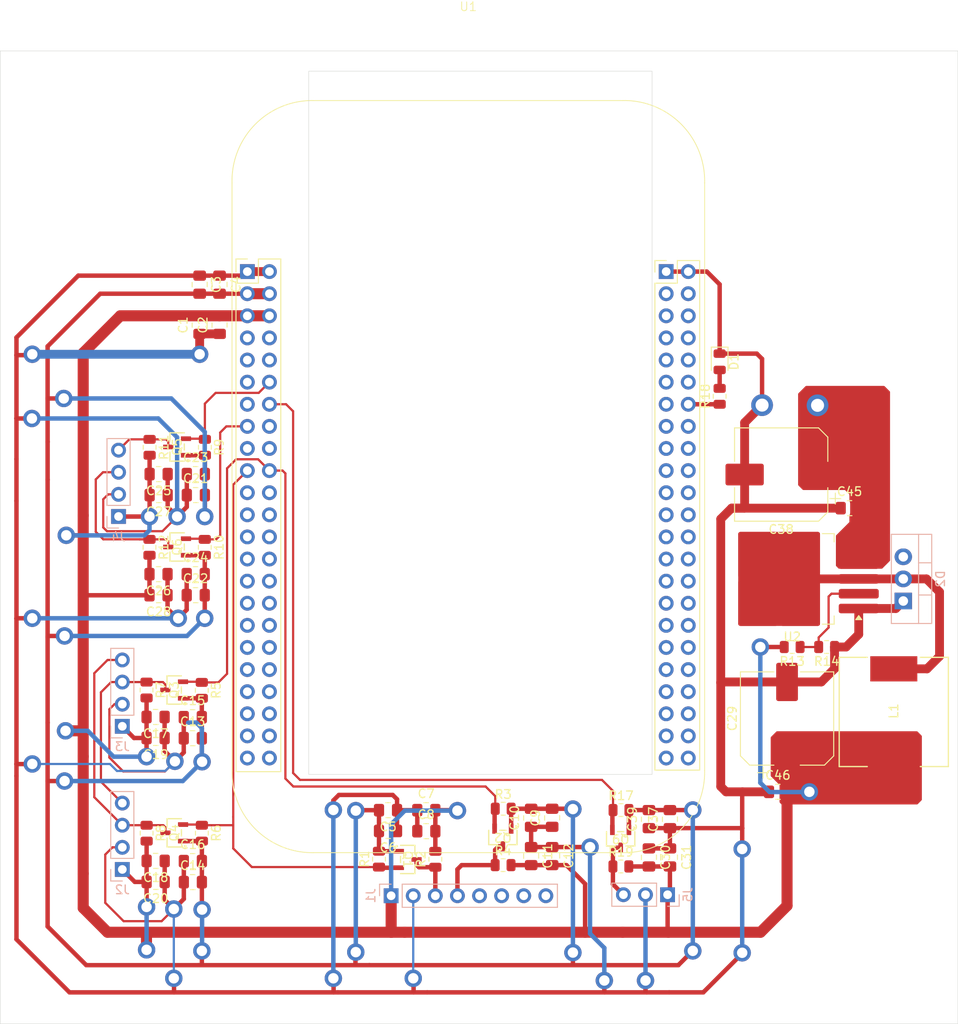
<source format=kicad_pcb>
(kicad_pcb (version 20241229) (generator "pcbnew") (generator_version "9.0")
  (layers (0 "F.Cu" signal) (2 "B.Cu" signal) (13 "F.Paste" user) (15 "B.Paste" user) (5 "F.SilkS" user "F.Silkscreen") (7 "B.SilkS" user "B.Silkscreen") (1 "F.Mask" user) (3 "B.Mask" user) (25 "Edge.Cuts" user))
  (net 0 "")
  (net 1 "+5V")
  (net 2 "GND")
  (net 3 "+3.3V")
  (net 4 "VCC")
  (net 5 "Net-(D1-A)")
  (net 7 "Net-(U2-SW)")
  (net 8 "MPU6050_I2C_SCL")
  (net 9 "MPU6050_I2C_SDA")
  (net 10 "PCA9685_I2C_SCL")
  (net 11 "PCA9685_I2C_SDA")
  (net 12 "HCSR04_TRIG")
  (net 13 "HCSR04_ECHO")
  (net 14 "FAN_PWM1A")
  (net 15 "BBAI_I2C_SCL")
  (net 16 "BBAI_I2C_SDA")
  (net 17 "BBAI_TRIG")
  (net 18 "BBAI_ECHO")
  (net 19 "BBAI_PWM1A")
  (net 20 "Net-(U1-GPIO0_26)")
  (net 21 "Net-(U2-FB)")
  (footprint "automative_hexapod:SOT23" (layer "F.Cu") (at 59.981 107.3073 90)
    (property "Reference" "Q3")
    (property "Value" "LN2302LT1G" (hide yes))
  )
  (footprint "automative_hexapod:Ceramic_Cap_0805" (layer "F.Cu") (at 62.4543 84.968)
    (property "Reference" "C21")
    (property "Value" "10uF/16V")
  )
  (footprint "automative_hexapod:Res_0805" (layer "F.Cu") (at 134.9696 102.367 180)
    (property "Reference" "R14")
    (property "Value" "2K/1%/1/8W")
  )
  (footprint "automative_hexapod:Ceramic_Cap_0805" (layer "F.Cu") (at 129.3695 119.0548)
    (property "Reference" "C46")
    (property "Value" "1uF/16V")
  )
  (footprint "automative_hexapod:Res_0805" (layer "F.Cu") (at 89.9983 126.751 90)
    (property "Reference" "R2")
    (property "Value" "10K/1%/1/8W")
  )
  (footprint "automative_hexapod:Ceramic_Cap_0805" (layer "F.Cu") (at 62.4405 96.463999)
    (property "Reference" "C22")
    (property "Value" "10uF/16V")
  )
  (footprint "automative_hexapod:Res_0805" (layer "F.Cu") (at 57.144 90.9135 -90)
    (property "Reference" "R12")
    (property "Value" "10K/1%/1/8W")
  )
  (footprint "automative_hexapod:Res_0805" (layer "F.Cu") (at 63.5078 79.424601 -90)
    (property "Reference" "R9")
    (property "Value" "10K/1%/1/8W")
  )
  (footprint "automative_hexapod:Ceramic_Cap_0805" (layer "F.Cu") (at 57.8595 112.7683 180)
    (property "Reference" "C19")
    (property "Value" "10uF/16V")
  )
  (footprint "automative_hexapod:Ceramic_Cap_0805" (layer "F.Cu") (at 103.372 126.37 -90)
    (property "Reference" "C12")
    (property "Value" "10uF/16V")
  )
  (footprint "automative_hexapod:Res_0805" (layer "F.Cu") (at 131.0072 102.367 180)
    (property "Reference" "R13")
    (property "Value" "10.5K/1%/1/8W")
  )
  (footprint "automative_hexapod:Ceramic_Cap_0805" (layer "F.Cu") (at 62.4543 82.555)
    (property "Reference" "C23")
    (property "Value" "100nF/50V")
  )
  (footprint "automative_hexapod:Res_0805" (layer "F.Cu") (at 111.336001 121.1005)
    (property "Reference" "R17")
    (property "Value" "10K/1%/1/8W")
  )
  (footprint "automative_hexapod:IND_CDRH127_LDNP-470MC_SUM" (layer "F.Cu") (at 142.6912 109.8277 -90)
    (property "Reference" "L1")
    (property "Value" "27uH 5.7A" (hide yes))
  )
  (footprint "automative_hexapod:Ceramic_Cap_0805" (layer "F.Cu") (at 62.1103 127.016)
    (property "Reference" "C16")
    (property "Value" "100nF/50V")
  )
  (footprint "automative_hexapod:SOT23" (layer "F.Cu") (at 60.319 90.875999 90)
    (property "Reference" "Q6")
    (property "Value" "LN2302LT1G" (hide yes))
  )
  (footprint "automative_hexapod:Ceramic_Cap_0805" (layer "F.Cu") (at 62.859 60.7265 -90)
    (property "Reference" "C3")
    (property "Value" "10uF/16V")
  )
  (footprint "automative_hexapod:Res_0805" (layer "F.Cu") (at 63.156 107.344801 -90)
    (property "Reference" "R5")
    (property "Value" "10K/1%/1/8W")
  )
  (footprint "automative_hexapod:SOT23" (layer "F.Cu") (at 97.7605 124.2485 180)
    (property "Reference" "Q2")
    (property "Value" "LN2302LT1G" (hide yes))
  )
  (footprint "automative_hexapod:Ceramic_Cap_0805" (layer "F.Cu") (at 114.5986 122.154 90)
    (property "Reference" "C39")
    (property "Value" "100nF/50V")
  )
  (footprint "automative_hexapod:Ceramic_Cap_0805" (layer "F.Cu") (at 58.1975 93.949399 180)
    (property "Reference" "C26")
    (property "Value" "100nF/50V")
  )
  (footprint "automative_hexapod:Ceramic_Cap_0805" (layer "F.Cu") (at 57.8595 110.3553 180)
    (property "Reference" "C17")
    (property "Value" "100nF/50V")
  )
  (footprint "automative_hexapod:Ceramic_Cap_0805" (layer "F.Cu") (at 103.4736 122 90)
    (property "Reference" "C9")
    (property "Value" "10uF/16V")
  )
  (footprint "automative_hexapod:Ceramic_Cap_0805" (layer "F.Cu") (at 65.2466 65.3735 90)
    (property "Reference" "C2")
    (property "Value" "100nF/50V")
  )
  (footprint "automative_hexapod:Res_0805" (layer "F.Cu") (at 83.5213 126.736999 90)
    (property "Reference" "R1")
    (property "Value" "10K/1%/1/8W")
  )
  (footprint "automative_hexapod:Ceramic_Cap_0805" (layer "F.Cu") (at 58.2113 82.4534 180)
    (property "Reference" "C25")
    (property "Value" "100nF/50V")
  )
  (footprint "automative_hexapod:Ceramic_Cap_0805" (layer "F.Cu") (at 62.9606 65.3735 90)
    (property "Reference" "C1")
    (property "Value" "10uF/16V")
  )
  (footprint "automative_hexapod:SOT23" (layer "F.Cu") (at 60.319 79.3871 90)
    (property "Reference" "Q5")
    (property "Value" "LN2302LT1G" (hide yes))
  )
  (footprint "automative_hexapod:Ceramic_Cap_0805" (layer "F.Cu") (at 62.4405 94.050999)
    (property "Reference" "C24")
    (property "Value" "100nF/50V")
  )
  (footprint "automative_hexapod:Ceramic_Cap_0805" (layer "F.Cu") (at 116.91 126.524 -90)
    (property "Reference" "C31")
    (property "Value" "10uF/16V")
  )
  (footprint "automative_hexapod:Res_0805" (layer "F.Cu") (at 63.494 90.9135 -90)
    (property "Reference" "R10")
    (property "Value" "10K/1%/1/8W")
  )
  (footprint "automative_hexapod:Res_0805" (layer "F.Cu") (at 111.322 127.5775)
    (property "Reference" "R19")
    (property "Value" "10K/1%/1/8W")
  )
  (footprint "automative_hexapod:Ceramic_Cap_0805" (layer "F.Cu") (at 58.2113 84.8664 180)
    (property "Reference" "C27")
    (property "Value" "10uF/16V")
  )
  (footprint "automative_hexapod:Ceramic_Cap_0805" (layer "F.Cu") (at 57.8673 129.302 180)
    (property "Reference" "C20")
    (property "Value" "10uF/16V")
  )
  (footprint "automative_hexapod:SOT23" (layer "F.Cu") (at 59.9888 123.714 90)
    (property "Reference" "Q4")
    (property "Value" "LN2302LT1G" (hide yes))
  )
  (footprint "automative_hexapod:Ceramic_Cap_0805" (layer "F.Cu") (at 114.497 126.524 -90)
    (property "Reference" "C30")
    (property "Value" "100nF/50V")
  )
  (footprint "automative_hexapod:Ceramic_Cap_0805" (layer "F.Cu") (at 101.0606 122 90)
    (property "Reference" "C10")
    (property "Value" "100nF/50V")
  )
  (footprint "automative_hexapod:TO-263-5" (layer "F.Cu") (at 131.0118 94.5438 180)
    (property "Reference" "U2")
    (property "Value" "XL4005E1")
  )
  (footprint "automative_hexapod:Ceramic_Cap_0805" (layer "F.Cu") (at 84.5748 121.0614 180)
    (property "Reference" "C5")
    (property "Value" "10uF/16V")
  )
  (footprint "automative_hexapod:Res_0805" (layer "F.Cu") (at 56.806 107.3073 -90)
    (property "Reference" "R7")
    (property "Value" "10K/1%/1/8W")
  )
  (footprint "Capacitor_SMD:CP_Elec_10x10.5" (layer "F.Cu") (at 130.423 110.5807 90)
    (property "Reference" "C29")
    (property "Value" "330uF/50V")
  )
  (footprint "Capacitor_SMD:CP_Elec_10x10.5" (layer "F.Cu") (at 129.7467 82.555 180)
    (property "Reference" "C38")
    (property "Value" "220uF/50V")
  )
  (footprint "automative_hexapod:Res_0805" (layer "F.Cu") (at 56.8138 123.751501 -90)
    (property "Reference" "R8")
    (property "Value" "10K/1%/1/8W")
  )
  (footprint "automative_hexapod:Ceramic_Cap_0805" (layer "F.Cu") (at 62.1025 112.8953)
    (property "Reference" "C13")
    (property "Value" "10uF/16V")
  )
  (footprint "automative_hexapod:Res_0805" (layer "F.Cu") (at 122.676 73.5675 90)
    (property "Reference" "R18")
    (property "Value" "1K/1%/1/8W")
  )
  (footprint "automative_hexapod:Res_0805" (layer "F.Cu") (at 63.1638 123.751501 -90)
    (property "Reference" "R6")
    (property "Value" "10K/1%/1/8W")
  )
  (footprint "automative_hexapod:Res_0805" (layer "F.Cu") (at 97.784 127.4235)
    (property "Reference" "R4")
    (property "Value" "10K/1%/1/8W")
  )
  (footprint "automative_hexapod:Ceramic_Cap_0805" (layer "F.Cu") (at 100.959 126.37 -90)
    (property "Reference" "C11")
    (property "Value" "100nF/50V")
  )
  (footprint "automative_hexapod:Res_0805" (layer "F.Cu") (at 57.1578 79.424601 -90)
    (property "Reference" "R11")
    (property "Value" "10K/1%/1/8W")
  )
  (footprint "automative_hexapod:SOT23" (layer "F.Cu") (at 86.8233 126.7745 -90)
    (property "Reference" "Q1")
    (property "Value" "LN2302LT1G" (hide yes))
  )
  (footprint "automative_hexapod:BeagleBone_AI" (layer "F.Cu") (at 93.79 87.18)
    (property "Reference" "U1")
    (property "Value" "~")
  )
  (footprint "automative_hexapod:Ceramic_Cap_0805" (layer "F.Cu") (at 62.1025 110.4823)
    (property "Reference" "C15")
    (property "Value" "100nF/50V")
  )
  (footprint "automative_hexapod:Res_0805" (layer "F.Cu") (at 97.798001 120.9465)
    (property "Reference" "R3")
    (property "Value" "10K/1%/1/8W")
  )
  (footprint "automative_hexapod:SOT23" (layer "F.Cu") (at 111.2985 124.4025 180)
    (property "Reference" "Q9")
    (property "Value" "LN2302LT1G" (hide yes))
  )
  (footprint "automative_hexapod:Ceramic_Cap_0805" (layer "F.Cu") (at 62.1103 129.429)
    (property "Reference" "C14")
    (property "Value" "10uF/16V")
  )
  (footprint "automative_hexapod:Ceramic_Cap_0805" (layer "F.Cu") (at 117.0116 122.154 90)
    (property "Reference" "C37")
    (property "Value" "10uF/16V")
  )
  (footprint "automative_hexapod:Ceramic_Cap_0805" (layer "F.Cu") (at 65.145 60.7265 -90)
    (property "Reference" "C4")
    (property "Value" "100nF/50V")
  )
  (footprint "automative_hexapod:LED_0805" (layer "F.Cu") (at 122.676 69.601 -90)
    (property "Reference" "D1")
    (property "Value" "LED_0805")
  )
  (footprint "automative_hexapod:Ceramic_Cap_0805" (layer "F.Cu") (at 57.8673 126.889 180)
    (property "Reference" "C18")
    (property "Value" "100nF/50V")
  )
  (footprint "automative_hexapod:Ceramic_Cap_0805" (layer "F.Cu") (at 88.9448 123.576)
    (property "Reference" "C8")
    (property "Value" "100nF/50V")
  )
  (footprint "automative_hexapod:Ceramic_Cap_0805" (layer "F.Cu") (at 84.5748 123.449 180)
    (property "Reference" "C6")
    (property "Value" "100nF/50V")
  )
  (footprint "automative_hexapod:Ceramic_Cap_0805" (layer "F.Cu") (at 58.1975 96.362399 180)
    (property "Reference" "C28")
    (property "Value" "10uF/16V")
  )
  (footprint "automative_hexapod:Ceramic_Cap_0805" (layer "F.Cu") (at 88.9448 121.163)
    (property "Reference" "C7")
    (property "Value" "10uF/16V")
  )
  (footprint "automative_hexapod:Ceramic_Cap_0805" (layer "F.Cu") (at 137.6083 86.4666)
    (property "Reference" "C45")
    (property "Value" "1uF/16V")
  )
  (footprint "automative_hexapod:PinHeader_1x03_P2.54mm_Vertical" (layer "B.Cu") (at 116.6935 130.8225 90)
    (property "Reference" "J5")
    (property "Value" "Conn_01x03_Pin")
  )
  (footprint "automative_hexapod:PinHeader_1x04_P2.54mm_Vertical" (layer "B.Cu") (at 53.588 87.371)
    (property "Reference" "J4")
    (property "Value" "Conn_01x04_Pin")
  )
  (footprint "automative_hexapod:PinHeader_1x04_P2.54mm_Vertical" (layer "B.Cu") (at 54.02 127.919001)
    (property "Reference" "J2")
    (property "Value" "Conn_01x04_Pin")
  )
  (footprint "automative_hexapod:MPU6050" (layer "B.Cu") (at 84.918503 130.942 -90)
    (property "Reference" "J1")
    (property "Value" "MPU6050")
  )
  (footprint "automative_hexapod:PinHeader_1x04_P2.54mm_Vertical" (layer "B.Cu") (at 54.02 111.4748)
    (property "Reference" "J3")
    (property "Value" "Conn_01x04_Pin")
  )
  (footprint "automative_hexapod:TO-220-3" (layer "B.Cu") (at 143.7828 97.0838 90)
    (property "Reference" "D2")
    (property "Value" "MBR20100CT")
  )
  (gr_rect (start 39.9866 33.8914) (end 150.0582 145.6516) (stroke (width 0.05)) (fill no) (layer "Edge.Cuts"))
  (gr_rect (start 75.444 36.214) (end 114.91 117.004) (stroke (width 0.05)) (fill no) (layer "Edge.Cuts"))
  (segment (start 142.6912 114.7807) (end 130.423 114.7807) (width 1.016) (layer "F.Cu") (net 1))
  (segment (start 56.806 108.2198) (end 56.806 110.4061) (width 0.508) (layer "F.Cu") (net 1))
  (segment (start 56.806 114.9654) (end 56.806 112.8191) (width 0.508) (layer "F.Cu") (net 1))
  (segment (start 49.524 87.254) (end 49.524 89.534) (width 1.27) (layer "F.Cu") (net 1))
  (segment (start 56.83 129.369) (end 56.8138 129.3528) (width 0.508) (layer "F.Cu") (net 1))
  (segment (start 57.144 87.381) (end 53.598 87.381) (width 0.508) (layer "F.Cu") (net 1))
  (segment (start 53.789 64.32) (end 49.524 68.585) (width 1.27) (layer "F.Cu") (net 1))
  (segment (start 130.423 132.085) (end 130.423 119.004) (width 1.27) (layer "F.Cu") (net 1))
  (segment (start 49.524 132.339) (end 52.318 135.133) (width 1.27) (layer "F.Cu") (net 1))
  (segment (start 56.8138 129.3528) (end 56.8138 126.9398) (width 0.508) (layer "F.Cu") (net 1))
  (segment (start 84.918503 135.119903) (end 84.918503 130.942) (width 1.27) (layer "F.Cu") (net 1))
  (segment (start 56.81 132.227) (end 56.81 131.2616) (width 0.508) (layer "F.Cu") (net 1))
  (segment (start 56.8 136.994) (end 56.8 135.133) (width 1.27) (layer "F.Cu") (net 1))
  (segment (start 65.1958 64.32) (end 62.9098 64.32) (width 1.27) (layer "F.Cu") (net 1))
  (segment (start 101.0098 127.4235) (end 98.6965 127.4235) (width 0.508) (layer "F.Cu") (net 1))
  (segment (start 49.524 68.585) (end 49.524 87.254) (width 1.27) (layer "F.Cu") (net 1))
  (segment (start 116.9608 130.5552) (end 116.6935 130.8225) (width 0.508) (layer "F.Cu") (net 1))
  (segment (start 57.1578 84.9172) (end 57.1578 82.5042) (width 0.508) (layer "F.Cu") (net 1))
  (segment (start 89.9983 123.5252) (end 89.9983 121.1122) (width 0.508) (layer "F.Cu") (net 1))
  (segment (start 56.8138 126.9398) (end 56.8138 124.664001) (width 0.508) (layer "F.Cu") (net 1))
  (segment (start 132.9884 119.004) (end 130.423 119.004) (width 0.508) (layer "F.Cu") (net 1))
  (segment (start 47.58 89.534) (end 49.524 89.534) (width 0.508) (layer "F.Cu") (net 1))
  (segment (start 62.9098 64.32) (end 53.789 64.32) (width 1.27) (layer "F.Cu") (net 1))
  (segment (start 112.2345 127.5775) (end 112.4095 127.7525) (width 0.508) (layer "F.Cu") (net 1))
  (segment (start 55.3643 112.8191) (end 54.02 111.4748) (width 0.508) (layer "F.Cu") (net 1))
  (segment (start 57.1578 82.5042) (end 57.1578 80.337101) (width 0.508) (layer "F.Cu") (net 1))
  (segment (start 114.5478 127.5775) (end 112.2345 127.5775) (width 0.508) (layer "F.Cu") (net 1))
  (segment (start 116.77 135.133) (end 127.375 135.133) (width 1.27) (layer "F.Cu") (net 1))
  (segment (start 49.524 96.398) (end 49.524 111.994) (width 1.27) (layer "F.Cu") (net 1))
  (segment (start 49.524 128.402) (end 49.524 132.339) (width 1.27) (layer "F.Cu") (net 1))
  (segment (start 116.6935 135.0565) (end 116.77 135.133) (width 0.508) (layer "F.Cu") (net 1))
  (segment (start 56.806 112.8191) (end 55.3643 112.8191) (width 0.508) (layer "F.Cu") (net 1))
  (segment (start 84.9316 135.133) (end 86.481 135.133) (width 1.27) (layer "F.Cu") (net 1))
  (segment (start 49.5494 96.4234) (end 49.524 96.398) (width 0.508) (layer "F.Cu") (net 1))
  (segment (start 111.5254 135.133) (end 116.77 135.133) (width 1.27) (layer "F.Cu") (net 1))
  (segment (start 107.2074 135.133) (end 111.5254 135.133) (width 1.27) (layer "F.Cu") (net 1))
  (segment (start 56.81 131.2616) (end 56.8138 131.2578) (width 0.508) (layer "F.Cu") (net 1))
  (segment (start 56.81 137.1556) (end 56.81 137.004) (width 1.27) (layer "F.Cu") (net 1))
  (segment (start 107.2074 129.5704) (end 105.0605 127.4235) (width 0.508) (layer "F.Cu") (net 1))
  (segment (start 70.93 64.32) (end 68.39 64.32) (width 1.27) (layer "F.Cu") (net 1))
  (segment (start 57.1578 84.9172) (end 57.1578 87.3672) (width 0.508) (layer "F.Cu") (net 1))
  (segment (start 103.4228 127.4235) (end 101.0098 127.4235) (width 0.508) (layer "F.Cu") (net 1))
  (segment (start 56.806 110.4061) (end 56.806 112.8191) (width 0.508) (layer "F.Cu") (net 1))
  (segment (start 57.144 96.413199) (end 57.133799 96.4234) (width 0.508) (layer "F.Cu") (net 1))
  (segment (start 107.2074 135.133) (end 107.2074 129.5704) (width 0.508) (layer "F.Cu") (net 1))
  (segment (start 53.598 87.381) (end 53.588 87.371) (width 0.508) (layer "F.Cu") (net 1))
  (segment (start 84.9316 135.133) (end 84.918503 135.119903) (width 1.27) (layer "F.Cu") (net 1))
  (segment (start 56.8138 131.2578) (end 56.8138 129.3528) (width 0.508) (layer "F.Cu") (net 1))
  (segment (start 127.375 135.133) (end 130.423 132.085) (width 1.27) (layer "F.Cu") (net 1))
  (segment (start 57.1578 87.3672) (end 57.144 87.381) (width 0.508) (layer "F.Cu") (net 1))
  (segment (start 86.481 135.133) (end 107.2074 135.133) (width 1.27) (layer "F.Cu") (net 1))
  (segment (start 116.9608 127.5775) (end 116.9608 130.5552) (width 0.508) (layer "F.Cu") (net 1))
  (segment (start 116.6935 130.8225) (end 116.6935 135.0565) (width 0.508) (layer "F.Cu") (net 1))
  (segment (start 89.9983 121.1122) (end 92.4875 121.1122) (width 0.508) (layer "F.Cu") (net 1))
  (segment (start 56.8 135.133) (end 84.9316 135.133) (width 1.27) (layer "F.Cu") (net 1))
  (segment (start 130.0947 102.367) (end 127.3496 102.367) (width 0.508) (layer "F.Cu") (net 1))
  (segment (start 55.453799 129.3528) (end 54.02 127.919001) (width 0.508) (layer "F.Cu") (net 1))
  (segment (start 68.39 64.32) (end 65.1958 64.32) (width 1.27) (layer "F.Cu") (net 1))
  (segment (start 49.524 89.534) (end 49.524 96.398) (width 1.27) (layer "F.Cu") (net 1))
  (segment (start 49.524 111.994) (end 47.49 111.994) (width 1.27) (layer "F.Cu") (net 1))
  (segment (start 56.81 137.004) (end 56.8 136.994) (width 1.27) (layer "F.Cu") (net 1))
  (segment (start 49.524 111.994) (end 49.524 114.94) (width 1.27) (layer "F.Cu") (net 1))
  (segment (start 52.318 135.133) (end 56.8 135.133) (width 1.27) (layer "F.Cu") (net 1))
  (segment (start 105.0605 127.4235) (end 103.4228 127.4235) (width 0.508) (layer "F.Cu") (net 1))
  (segment (start 57.144 94.000199) (end 57.144 96.413199) (width 0.508) (layer "F.Cu") (net 1))
  (segment (start 57.144 91.826) (end 57.144 94.000199) (width 0.508) (layer "F.Cu") (net 1))
  (segment (start 49.524 114.94) (end 49.524 128.402) (width 1.27) (layer "F.Cu") (net 1))
  (segment (start 89.9983 125.8385) (end 89.9983 123.5252) (width 0.508) (layer "F.Cu") (net 1))
  (segment (start 57.133799 96.4234) (end 49.5494 96.4234) (width 0.508) (layer "F.Cu") (net 1))
  (segment (start 56.8138 129.3528) (end 55.453799 129.3528) (width 0.508) (layer "F.Cu") (net 1))
  (segment (start 92.4875 121.1122) (end 92.5383 121.163) (width 0.508) (layer "F.Cu") (net 1))
  (segment (start 116.9608 127.5775) (end 114.5478 127.5775) (width 0.508) (layer "F.Cu") (net 1))
  (via (at 56.81 132.227) (size 2) (drill 1.2) (layers "F.Cu" "B.Cu") (net 1))
  (via (at 132.9884 119.004) (size 2) (drill 1.2) (layers "F.Cu" "B.Cu") (net 1))
  (via (at 47.58 89.534) (size 2) (drill 1.2) (layers "F.Cu" "B.Cu") (net 1))
  (via (at 47.49 111.994) (size 2) (drill 1.2) (layers "F.Cu" "B.Cu") (net 1))
  (via (at 56.81 137.1556) (size 2) (drill 1.2) (layers "F.Cu" "B.Cu") (net 1))
  (via (at 56.806 114.9654) (size 2) (drill 1.2) (layers "F.Cu" "B.Cu") (net 1))
  (via (at 57.144 87.381) (size 2) (drill 1.2) (layers "F.Cu" "B.Cu") (net 1))
  (via (at 92.5383 121.163) (size 2) (drill 1.2) (layers "F.Cu" "B.Cu") (net 1))
  (via (at 127.3496 102.367) (size 2) (drill 1.2) (layers "F.Cu" "B.Cu") (net 1))
  (segment (start 57.144 88.96) (end 56.56 89.544) (width 0.508) (layer "B.Cu") (net 1))
  (segment (start 53.0214 114.9654) (end 50.05 111.994) (width 0.508) (layer "B.Cu") (net 1))
  (segment (start 92.5383 121.163) (end 86.4931 121.163) (width 0.508) (layer "B.Cu") (net 1))
  (segment (start 56.56 89.544) (end 47.59 89.544) (width 0.508) (layer "B.Cu") (net 1))
  (segment (start 127.3496 117.9626) (end 127.3496 102.367) (width 0.508) (layer "B.Cu") (net 1))
  (segment (start 47.59 89.544) (end 47.58 89.534) (width 0.508) (layer "B.Cu") (net 1))
  (segment (start 56.81 132.227) (end 56.81 137.1556) (width 0.508) (layer "B.Cu") (net 1))
  (segment (start 86.4931 121.163) (end 84.918503 122.737597) (width 0.508) (layer "B.Cu") (net 1))
  (segment (start 56.806 114.9654) (end 53.0214 114.9654) (width 0.508) (layer "B.Cu") (net 1))
  (segment (start 132.963 119.0294) (end 128.4164 119.0294) (width 0.508) (layer "B.Cu") (net 1))
  (segment (start 128.4164 119.0294) (end 127.3496 117.9626) (width 0.508) (layer "B.Cu") (net 1))
  (segment (start 84.918503 122.737597) (end 84.918503 130.942) (width 0.508) (layer "B.Cu") (net 1))
  (segment (start 57.144 87.381) (end 57.144 88.96) (width 0.508) (layer "B.Cu") (net 1))
  (segment (start 57.144 87.381) (end 56.953 87.381) (width 0.508) (layer "B.Cu") (net 1))
  (segment (start 50.05 111.994) (end 47.49 111.994) (width 0.508) (layer "B.Cu") (net 1))
  (segment (start 132.9884 119.004) (end 132.963 119.0294) (width 0.508) (layer "B.Cu") (net 1))
  (segment (start 116.9608 125.5025) (end 114.5478 125.5025) (width 0.508) (layer "F.Cu") (net 2))
  (segment (start 58.8888 126.9398) (end 58.8888 129.3528) (width 0.508) (layer "F.Cu") (net 2))
  (segment (start 85.5963 119.8598) (end 85.5963 121.1122) (width 0.508) (layer "F.Cu") (net 2))
  (segment (start 58.881 114.3148) (end 60.065 115.4988) (width 0.508) (layer "F.Cu") (net 2))
  (segment (start 78.2768 119.9946) (end 78.9118 119.3596) (width 0.508) (layer "F.Cu") (net 2))
  (segment (start 122.803 118.3944) (end 123.4126 119.004) (width 1.016) (layer "F.Cu") (net 2))
  (segment (start 122.803 106.4564) (end 122.803 118.3944) (width 1.016) (layer "F.Cu") (net 2))
  (segment (start 54.02 125.379001) (end 52.894999 125.379001) (width 0.254) (layer "F.Cu") (net 2))
  (segment (start 41.8632 76.114) (end 41.8532 76.104) (width 0.508) (layer "F.Cu") (net 2))
  (segment (start 41.8532 135.9458) (end 41.8532 117.1752) (width 0.508) (layer "F.Cu") (net 2))
  (segment (start 41.8532 115.814) (end 43.6626 115.814) (width 0.508) (layer "F.Cu") (net 2))
  (segment (start 87.497 142.0418) (end 87.497 140.464097) (width 0.508) (layer "F.Cu") (net 2))
  (segment (start 123.4126 119.004) (end 125.2922 119.004) (width 1.016) (layer "F.Cu") (net 2))
  (segment (start 125.2668 119.0294) (end 125.2922 119.004) (width 0.508) (layer "F.Cu") (net 2))
  (segment (start 51.83 88.634) (end 52.26 89.064) (width 0.254) (layer "F.Cu") (net 2))
  (segment (start 61.081 114.4828) (end 60.065 115.4988) (width 0.508) (layer "F.Cu") (net 2))
  (segment (start 127.5528 69.2708) (end 126.9455 68.6635) (width 0.508) (layer "F.Cu") (net 2))
  (segment (start 67.925 59.705) (end 68.39 59.24) (width 0.508) (layer "F.Cu") (net 2))
  (segment (start 41.8532 66.807) (end 48.9552 59.705) (width 0.508) (layer "F.Cu") (net 2))
  (segment (start 58.881 112.8191) (end 58.881 114.3148) (width 0.508) (layer "F.Cu") (net 2))
  (segment (start 87.9233 121.1122) (end 85.5963 121.1122) (width 0.508) (layer "F.Cu") (net 2))
  (segment (start 116.8848 142.0418) (end 114.29 142.0418) (width 0.508) (layer "F.Cu") (net 2))
  (segment (start 125.2583 123.1755) (end 125.2668 123.184) (width 0.508) (layer "F.Cu") (net 2))
  (segment (start 127.5528 74.5794) (end 127.5528 69.2708) (width 0.508) (layer "F.Cu") (net 2))
  (segment (start 59.9634 140.451) (end 59.938 140.4256) (width 0.508) (layer "F.Cu") (net 2))
  (segment (start 52.06 126.214) (end 52.06 131.754) (width 0.254) (layer "F.Cu") (net 2))
  (segment (start 59.9634 142.0418) (end 47.9492 142.0418) (width 0.508) (layer "F.Cu") (net 2))
  (segment (start 114.1535 140.7661) (end 114.24 140.6796) (width 0.508) (layer "F.Cu") (net 2))
  (segment (start 54.168 133.862) (end 58.54 133.862) (width 0.254) (layer "F.Cu") (net 2))
  (segment (start 51.83 85.394) (end 51.83 88.634) (width 0.254) (layer "F.Cu") (net 2))
  (segment (start 78.2768 121.0868) (end 78.2768 119.9946) (width 0.508) (layer "F.Cu") (net 2))
  (segment (start 59.219 97.965) (end 59.219 96.413199) (width 0.508) (layer "F.Cu") (net 2))
  (segment (start 54.02 108.9348) (end 53.1192 108.9348) (width 0.254) (layer "F.Cu") (net 2))
  (segment (start 52.26 89.064) (end 58.636 89.064) (width 0.254) (layer "F.Cu") (net 2))
  (segment (start 125.5467 82.555) (end 125.5467 86.4158) (width 1.016) (layer "F.Cu") (net 2))
  (segment (start 41.8532 99.0904) (end 41.8532 85.5776) (width 0.508) (layer "F.Cu") (net 2))
  (segment (start 114.29 142.0418) (end 114.1535 141.9053) (width 0.508) (layer "F.Cu") (net 2))
  (segment (start 101.0098 125.3485) (end 101.0098 123.0215) (width 0.508) (layer "F.Cu") (net 2))
  (segment (start 78.3022 142.0418) (end 78.3022 140.451) (width 0.508) (layer "F.Cu") (net 2))
  (segment (start 61.419 98.092) (end 60.573 98.938) (width 0.508) (layer "F.Cu") (net 2))
  (segment (start 41.8532 76.104) (end 41.8532 68.839) (width 0.508) (layer "F.Cu") (net 2))
  (segment (start 85.0961 119.3596) (end 85.5963 119.8598) (width 0.508) (layer "F.Cu") (net 2))
  (segment (start 53.588 84.831) (end 52.393 84.831) (width 0.254) (layer "F.Cu") (net 2))
  (segment (start 59.2328 86.2948) (end 60.319 87.381) (width 0.508) (layer "F.Cu") (net 2))
  (segment (start 85.5963 121.1122) (end 85.5963 123.4998) (width 0.508) (layer "F.Cu") (net 2))
  (segment (start 65.1958 59.705) (end 67.925 59.705) (width 0.508) (layer "F.Cu") (net 2))
  (segment (start 122.803 87.6604) (end 122.803 106.4564) (width 1.016) (layer "F.Cu") (net 2))
  (segment (start 135.8821 102.367) (end 135.8821 104.8581) (width 1.016) (layer "F.Cu") (net 2))
  (segment (start 41.8532 85.5776) (end 41.8532 80.777) (width 0.508) (layer "F.Cu") (net 2))
  (segment (start 41.8532 68.839) (end 41.8532 66.807) (width 0.508) (layer "F.Cu") (net 2))
  (segment (start 103.4228 125.3485) (end 101.0098 125.3485) (width 0.508) (layer "F.Cu") (net 2))
  (segment (start 61.419 96.413199) (end 61.419 94.000199) (width 0.508) (layer "F.Cu") (net 2))
  (segment (start 122.8787 106.3807) (end 122.803 106.4564) (width 1.016) (layer "F.Cu") (net 2))
  (segment (start 41.8532 115.814) (end 41.8532 99.0904) (width 0.508) (layer "F.Cu") (net 2))
  (segment (start 103.4228 123.0215) (end 101.0098 123.0215) (width 0.508) (layer "F.Cu") (net 2))
  (segment (start 43.63 76.114) (end 41.8632 76.114) (width 0.508) (layer "F.Cu") (net 2))
  (segment (start 62.9098 59.705) (end 65.1958 59.705) (width 0.508) (layer "F.Cu") (net 2))
  (segment (start 122.676 60.711) (end 121.205 59.24) (width 0.508) (layer "F.Cu") (net 2))
  (segment (start 143.7828 97.0838) (end 142.9228 97.9438) (width 1.016) (layer "F.Cu") (net 2))
  (segment (start 142.9228 97.9438) (end 138.6618 97.9438) (width 1.016) (layer "F.Cu") (net 2))
  (segment (start 125.2668 137.4952) (end 125.2668 137.5714) (width 0.508) (layer "F.Cu") (net 2))
  (segment (start 41.8532 117.1752) (end 41.8532 115.814) (width 0.508) (layer "F.Cu") (net 2))
  (segment (start 109.42 142.0118) (end 109.45 142.0418) (width 0.508) (layer "F.Cu") (net 2))
  (segment (start 47.9492 142.0418) (end 41.8532 135.9458) (width 0.508) (layer "F.Cu") (net 2))
  (segment (start 61.0888 129.3782) (end 61.0888 126.9652) (width 0.508) (layer "F.Cu") (net 2))
  (segment (start 54.12 116.654) (end 58.92 116.654) (width 0.254) (layer "F.Cu") (net 2))
  (segment (start 78.3022 140.451) (end 78.2768 140.4256) (width 0.508) (layer "F.Cu") (net 2))
  (segment (start 60.065 115.509) (end 60.065 115.4988) (width 0.254) (layer "F.Cu") (net 2))
  (segment (start 43.6726 68.735369) (end 43.568969 68.839) (width 0.508) (layer "F.Cu") (net 2))
  (segment (start 87.497 140.464097) (end 87.458503 140.4256) (width 0.508) (layer "F.Cu") (net 2))
  (segment (start 119.07 59.24) (end 116.53 59.24) (width 0.508) (layer "F.Cu") (net 2))
  (segment (start 116.9608 125.5025) (end 116.9608 123.1755) (width 0.508) (layer "F.Cu") (net 2))
  (segment (start 62.9098 66.395) (end 62.9098 68.7374) (width 1.016) (layer "F.Cu") (net 2))
  (segment (start 137.2048 102.367) (end 135.8821 102.367) (width 1.016) (layer "F.Cu") (net 2))
  (segment (start 61.4328 82.5042) (end 61.4328 84.9172) (width 0.508) (layer "F.Cu") (net 2))
  (segment (start 48.9552 59.705) (end 62.9098 59.705) (width 0.508) (layer "F.Cu") (net 2))
  (segment (start 87.9233 121.1122) (end 87.9233 123.5252) (width 0.508) (layer "F.Cu") (net 2))
  (segment (start 78.9118 119.3596) (end 85.0961 119.3596) (width 0.508) (layer "F.Cu") (net 2))
  (segment (start 60.446 98.938) (end 60.192 98.938) (width 0.508) (layer "F.Cu") (net 2))
  (segment (start 52.06 131.754) (end 54.168 133.862) (width 0.254) (layer "F.Cu") (net 2))
  (segment (start 138.6618 100.91) (end 137.2048 102.367) (width 1.016) (layer "F.Cu") (net 2))
  (segment (start 60.446 98.938) (end 60.446 99.065) (width 0.508) (layer "F.Cu") (net 2))
  (segment (start 59.2328 84.9172) (end 59.2328 86.2948) (width 0.508) (layer "F.Cu") (net 2))
  (segment (start 116.9608 123.1755) (end 125.2583 123.1755) (width 0.508) (layer "F.Cu") (net 2))
  (segment (start 125.2922 119.004) (end 128.348 119.004) (width 1.016) (layer "F.Cu") (net 2))
  (segment (start 59.2328 84.9172) (end 59.2328 82.5042) (width 0.508) (layer "F.Cu") (net 2))
  (segment (start 78.3022 142.0418) (end 59.9634 142.0418) (width 0.508) (layer "F.Cu") (net 2))
  (segment (start 126.9455 68.6635) (end 122.676 68.6635) (width 0.508) (layer "F.Cu") (net 2))
  (segment (start 114.29 142.0418) (end 109.45 142.0418) (width 0.508) (layer "F.Cu") (net 2))
  (segment (start 78.8102 142.0418) (end 78.3022 142.0418) (width 0.508) (layer "F.Cu") (net 2))
  (segment (start 109.45 142.0418) (end 89.0718 142.0418) (width 0.508) (layer "F.Cu") (net 2))
  (segment (start 124.0476 86.4158) (end 122.803 87.6604) (width 1.016) (layer "F.Cu") (net 2))
  (segment (start 122.676 68.6635) (end 122.676 60.711) (width 0.508) (layer "F.Cu") (net 2))
  (segment (start 59.219 94.000199) (end 59.219 96.413199) (width 0.508) (layer "F.Cu") (net 2))
  (segment (start 125.2668 125.574) (end 125.2668 123.184) (width 0.508) (layer "F.Cu") (net 2))
  (segment (start 58.8888 131.4148) (end 59.938 132.464) (width 0.508) (layer "F.Cu") (net 2))
  (segment (start 58.8888 129.3528) (end 58.8888 131.4148) (width 0.508) (layer "F.Cu") (net 2))
  (segment (start 61.0888 131.3132) (end 59.938 132.464) (width 0.508) (layer "F.Cu") (net 2))
  (segment (start 52.534 115.068) (end 54.12 116.654) (width 0.254) (layer "F.Cu") (net 2))
  (segment (start 43.568969 68.839) (end 41.8532 68.839) (width 0.508) (layer "F.Cu") (net 2))
  (segment (start 60.192 98.938) (end 59.219 97.965) (width 0.508) (layer "F.Cu") (net 2))
  (segment (start 60.573 98.938) (end 60.446 98.938) (width 0.508) (layer "F.Cu") (net 2))
  (segment (start 53.1192 108.9348) (end 52.534 109.52) (width 0.254) (layer "F.Cu") (net 2))
  (segment (start 87.497 142.0418) (end 78.8102 142.0418) (width 0.508) (layer "F.Cu") (net 2))
  (segment (start 61.419 96.413199) (end 61.419 98.092) (width 0.508) (layer "F.Cu") (net 2))
  (segment (start 41.8532 80.777) (end 41.8532 76.104) (width 0.508) (layer "F.Cu") (net 2))
  (segment (start 59.9634 142.0418) (end 59.9634 140.451) (width 0.508) (layer "F.Cu") (net 2))
  (segment (start 61.081 112.8445) (end 61.081 114.4828) (width 0.508) (layer "F.Cu") (net 2))
  (segment (start 136.5868 86.4158) (end 124.0476 86.4158) (width 1.016) (layer "F.Cu") (net 2))
  (segment (start 70.93 59.24) (end 68.39 59.24) (width 1.016) (layer "F.Cu") (net 2))
  (segment (start 121.205 59.24) (end 119.07 59.24) (width 0.508) (layer "F.Cu") (net 2))
  (segment (start 114.5478 123.1755) (end 116.9608 123.1755) (width 0.508) (layer "F.Cu") (net 2))
  (segment (start 52.894999 125.379001) (end 52.06 126.214) (width 0.254) (layer "F.Cu") (net 2))
  (segment (start 138.6618 97.9438) (end 138.6618 100.91) (width 1.016) (layer "F.Cu") (net 2))
  (segment (start 59.9888 140.4764) (end 59.938 140.4256) (width 0.508) (layer "F.Cu") (net 2))
  (segment (start 103.4228 125.3485) (end 107.7745 125.3485) (width 0.508) (layer "F.Cu") (net 2))
  (segment (start 65.1958 66.395) (end 62.9098 66.395) (width 1.016) (layer "F.Cu") (net 2))
  (segment (start 58.54 133.862) (end 59.938 132.464) (width 0.254) (layer "F.Cu") (net 2))
  (segment (start 107.7745 125.3485) (end 107.78 125.354) (width 0.508) (layer "F.Cu") (net 2))
  (segment (start 109.42 140.6796) (end 109.42 142.0118) (width 0.508) (layer "F.Cu") (net 2))
  (segment (start 58.636 89.064) (end 60.319 87.381) (width 0.254) (layer "F.Cu") (net 2))
  (segment (start 43.6626 115.814) (end 43.6726 115.804) (width 0.508) (layer "F.Cu") (net 2))
  (segment (start 125.2668 137.5714) (end 120.7964 142.0418) (width 0.508) (layer "F.Cu") (net 2))
  (segment (start 134.3595 106.3807) (end 130.423 106.3807) (width 1.016) (layer "F.Cu") (net 2))
  (segment (start 61.0888 129.3782) (end 61.0888 131.3132) (width 0.508) (layer "F.Cu") (net 2))
  (segment (start 58.92 116.654) (end 60.065 115.509) (width 0.254) (layer "F.Cu") (net 2))
  (segment (start 125.5467 76.5855) (end 125.5467 82.555) (width 1.016) (layer "F.Cu") (net 2))
  (segment (start 61.081 110.4315) (end 61.081 112.8445) (width 0.508) (layer "F.Cu") (net 2))
  (segment (start 41.8786 99.065) (end 41.8532 99.0904) (width 0.508) (layer "F.Cu") (net 2))
  (segment (start 61.4328 84.9172) (end 61.4328 86.2672) (width 0.508) (layer "F.Cu") (net 2))
  (segment (start 135.8821 104.8581) (end 134.3595 106.3807) (width 1.016) (layer "F.Cu") (net 2))
  (segment (start 130.423 106.3807) (end 122.8787 106.3807) (width 1.016) (layer "F.Cu") (net 2))
  (segment (start 125.2668 123.184) (end 125.2668 119.0294) (width 0.508) (layer "F.Cu") (net 2))
  (segment (start 52.393 84.831) (end 51.83 85.394) (width 0.254) (layer "F.Cu") (net 2))
  (segment (start 52.534 109.52) (end 52.534 115.068) (width 0.254) (layer "F.Cu") (net 2))
  (segment (start 43.6726 99.065) (end 41.8786 99.065) (width 0.508) (layer "F.Cu") (net 2))
  (segment (start 120.7964 142.0418) (end 116.8848 142.0418) (width 0.508) (layer "F.Cu") (net 2))
  (segment (start 125.5467 86.4158) (end 124.0476 86.4158) (width 1.016) (layer "F.Cu") (net 2))
  (segment (start 61.4328 86.2672) (end 60.319 87.381) (width 0.508) (layer "F.Cu") (net 2))
  (segment (start 114.1535 141.9053) (end 114.1535 140.7661) (width 0.508) (layer "F.Cu") (net 2))
  (segment (start 89.0718 142.0418) (end 87.497 142.0418) (width 0.508) (layer "F.Cu") (net 2))
  (segment (start 127.5528 74.5794) (end 125.5467 76.5855) (width 1.016) (layer "F.Cu") (net 2))
  (segment (start 58.881 112.8191) (end 58.881 110.4061) (width 0.508) (layer "F.Cu") (net 2))
  (via (at 114.1535 140.6796) (size 2) (drill 1.2) (layers "F.Cu" "B.Cu") (net 2))
  (via (at 60.319 87.381) (size 2) (drill 1.2) (layers "F.Cu" "B.Cu") (net 2))
  (via (at 62.9098 68.7374) (size 2) (drill 1.2) (layers "F.Cu" "B.Cu") (net 2))
  (via (at 60.446 99.065) (size 2) (drill 1.2) (layers "F.Cu" "B.Cu") (net 2))
  (via (at 60.065 115.4988) (size 2) (drill 1.2) (layers "F.Cu" "B.Cu") (net 2))
  (via (at 107.78 125.354) (size 2) (drill 1.2) (layers "F.Cu" "B.Cu") (net 2))
  (via (at 125.2668 137.4952) (size 2) (drill 1.2) (layers "F.Cu" "B.Cu") (net 2))
  (via (at 127.5528 74.5794) (size 2.5) (drill 1.5) (layers "F.Cu" "B.Cu") (net 2))
  (via (at 43.6726 99.065) (size 2) (drill 1.2) (layers "F.Cu" "B.Cu") (net 2))
  (via (at 78.2768 140.4256) (size 2) (drill 1.2) (layers "F.Cu" "B.Cu") (net 2))
  (via (at 43.6726 115.804) (size 2) (drill 1.2) (layers "F.Cu" "B.Cu") (net 2))
  (via (at 87.458503 140.4256) (size 2) (drill 1.2) (layers "F.Cu" "B.Cu") (net 2))
  (via (at 59.938 132.464) (size 2) (drill 1.2) (layers "F.Cu" "B.Cu") (net 2))
  (via (at 109.42 140.6796) (size 2) (drill 1.2) (layers "F.Cu" "B.Cu") (net 2))
  (via (at 43.63 76.114) (size 2) (drill 1.2) (layers "F.Cu" "B.Cu") (net 2))
  (via (at 59.938 140.4256) (size 2) (drill 1.2) (layers "F.Cu" "B.Cu") (net 2))
  (via (at 43.6726 68.735369) (size 2) (drill 1.2) (layers "F.Cu" "B.Cu") (net 2))
  (via (at 125.2668 125.574) (size 2) (drill 1.2) (layers "F.Cu" "B.Cu") (net 2))
  (via (at 78.2768 121.0868) (size 2) (drill 1.2) (layers "F.Cu" "B.Cu") (net 2))
  (segment (start 52.60135 115.804) (end 53.39875 116.6014) (width 0.254) (layer "B.Cu") (net 2))
  (segment (start 125.2668 137.4952) (end 125.2668 125.574) (width 0.508) (layer "B.Cu") (net 2))
  (segment (start 60.446 99.065) (end 43.6726 99.065) (width 0.508) (layer "B.Cu") (net 2))
  (segment (start 114.24 140.6796) (end 114.1535 140.5931) (width 0.508) (layer "B.Cu") (net 2))
  (segment (start 58.16 76.114) (end 60.319 78.273) (width 0.508) (layer "B.Cu") (net 2))
  (segment (start 59.938 140.4256) (end 59.938 132.464) (width 0.254) (layer "B.Cu") (net 2))
  (segment (start 58.9624 116.6014) (end 60.065 115.4988) (width 0.254) (layer "B.Cu") (net 2))
  (segment (start 43.63 76.114) (end 58.16 76.114) (width 0.508) (layer "B.Cu") (net 2))
  (segment (start 107.78 135.294) (end 109.42 136.934) (width 0.508) (layer "B.Cu") (net 2))
  (segment (start 109.42 136.934) (end 109.42 140.6796) (width 0.508) (layer "B.Cu") (net 2))
  (segment (start 43.674631 68.7374) (end 43.6726 68.735369) (width 1.016) (layer "B.Cu") (net 2))
  (segment (start 107.78 125.354) (end 107.78 135.294) (width 0.508) (layer "B.Cu") (net 2))
  (segment (start 87.458503 130.942) (end 87.458503 140.4256) (width 0.254) (layer "B.Cu") (net 2))
  (segment (start 53.39875 116.6014) (end 58.9624 116.6014) (width 0.254) (layer "B.Cu") (net 2))
  (segment (start 43.6726 115.804) (end 52.60135 115.804) (width 0.254) (layer "B.Cu") (net 2))
  (segment (start 78.2768 121.0868) (end 78.2768 140.4256) (width 0.508) (layer "B.Cu") (net 2))
  (segment (start 114.1535 140.5931) (end 114.1535 130.8225) (width 0.508) (layer "B.Cu") (net 2))
  (segment (start 60.319 78.273) (end 60.319 87.381) (width 0.508) (layer "B.Cu") (net 2))
  (segment (start 62.9098 68.7374) (end 43.674631 68.7374) (width 1.016) (layer "B.Cu") (net 2))
  (segment (start 117.9264 138.9176) (end 119.568 137.276) (width 0.508) (layer "F.Cu") (net 3))
  (segment (start 63.156 115.5164) (end 63.1892 115.5496) (width 0.508) (layer "F.Cu") (net 3))
  (segment (start 47.2794 101.1986) (end 47.381 101.097) (width 0.508) (layer "F.Cu") (net 3))
  (segment (start 61.335 91.826) (end 63.494 91.826) (width 0.508) (layer "F.Cu") (net 3))
  (segment (start 83.5213 125.824499) (end 85.8073 125.824499) (width 0.508) (layer "F.Cu") (net 3))
  (segment (start 63.1638 129.3782) (end 63.1638 132.5086) (width 0.508) (layer "F.Cu") (net 3))
  (segment (start 45.4346 134.4726) (end 45.4346 117.764) (width 0.508) (layer "F.Cu") (net 3))
  (segment (start 63.156 112.8445) (end 63.156 110.4315) (width 0.508) (layer "F.Cu") (net 3))
  (segment (start 51.4776 61.78) (end 62.9098 61.78) (width 0.508) (layer "F.Cu") (net 3))
  (segment (start 65.1958 61.78) (end 68.39 61.78) (width 0.508) (layer "F.Cu") (net 3))
  (segment (start 80.8168 137.4565) (end 80.8543 137.419) (width 0.508) (layer "F.Cu") (net 3))
  (segment (start 47.381 117.764) (end 45.4346 117.764) (width 0.508) (layer "F.Cu") (net 3))
  (segment (start 63.5078 87.3672) (end 63.494 87.381) (width 0.508) (layer "F.Cu") (net 3))
  (segment (start 101.0098 120.9465) (end 98.710501 120.9465) (width 0.508) (layer "F.Cu") (net 3))
  (segment (start 63.156 110.4315) (end 63.156 108.257301) (width 0.508) (layer "F.Cu") (net 3))
  (segment (start 45.4346 67.823) (end 51.4776 61.78) (width 0.508) (layer "F.Cu") (net 3))
  (segment (start 105.8104 138.9176) (end 117.9264 138.9176) (width 0.508) (layer "F.Cu") (net 3))
  (segment (start 63.5078 82.5042) (end 63.5078 80.337101) (width 0.508) (layer "F.Cu") (net 3))
  (segment (start 116.9608 121.1005) (end 119.5835 121.1005) (width 0.508) (layer "F.Cu") (net 3))
  (segment (start 62.9098 61.78) (end 65.1958 61.78) (width 0.508) (layer "F.Cu") (net 3))
  (segment (start 61.0048 124.664001) (end 63.1638 124.664001) (width 0.508) (layer "F.Cu") (net 3))
  (segment (start 80.8168 138.9176) (end 63.1638 138.9176) (width 0.508) (layer "F.Cu") (net 3))
  (segment (start 80.8168 138.9176) (end 80.8168 137.4565) (width 0.508) (layer "F.Cu") (net 3))
  (segment (start 45.4346 117.764) (end 45.4346 111.0538) (width 0.508) (layer "F.Cu") (net 3))
  (segment (start 45.4346 73.804) (end 45.4346 67.823) (width 0.508) (layer "F.Cu") (net 3))
  (segment (start 63.5078 84.9172) (end 63.5078 82.5042) (width 0.508) (layer "F.Cu") (net 3))
  (segment (start 49.8796 138.9176) (end 45.4346 134.4726) (width 0.508) (layer "F.Cu") (net 3))
  (segment (start 63.156 112.8445) (end 63.156 115.5164) (width 0.508) (layer "F.Cu") (net 3))
  (segment (start 105.8104 138.9176) (end 105.8104 137.4698) (width 0.508) (layer "F.Cu") (net 3))
  (segment (start 45.4346 83.1392) (end 45.4346 78.7958) (width 0.508) (layer "F.Cu") (net 3))
  (segment (start 98.710501 120.9465) (end 98.710501 123.2325) (width 0.508) (layer "F.Cu") (net 3))
  (segment (start 63.1638 137.276) (end 63.1638 138.9176) (width 0.508) (layer "F.Cu") (net 3))
  (segment (start 70.93 61.78) (end 68.39 61.78) (width 1.27) (layer "F.Cu") (net 3))
  (segment (start 63.1638 138.9176) (end 62.8082 138.9176) (width 0.508) (layer "F.Cu") (net 3))
  (segment (start 45.4346 111.0538) (end 45.4346 101.224) (width 0.508) (layer "F.Cu") (net 3))
  (segment (start 82.417 138.9176) (end 80.8168 138.9176) (width 0.508) (layer "F.Cu") (net 3))
  (segment (start 103.4228 120.9465) (end 101.0098 120.9465) (width 0.508) (layer "F.Cu") (net 3))
  (segment (start 83.5213 123.4998) (end 83.5213 125.824499) (width 0.508) (layer "F.Cu") (net 3))
  (segment (start 45.5616 101.097) (end 45.4346 101.224) (width 0.508) (layer "F.Cu") (net 3))
  (segment (start 63.494 91.826) (end 63.494 94.000199) (width 0.508) (layer "F.Cu") (net 3))
  (segment (start 83.5213 121.1122) (end 80.9051 121.1122) (width 0.508) (layer "F.Cu") (net 3))
  (segment (start 116.9608 121.1005) (end 114.5478 121.1005) (width 0.508) (layer "F.Cu") (net 3))
  (segment (start 45.4346 101.224) (end 45.4346 83.1392) (width 0.508) (layer "F.Cu") (net 3))
  (segment (start 114.5478 121.1005) (end 112.248501 121.1005) (width 0.508) (layer "F.Cu") (net 3))
  (segment (start 119.5835 121.1005) (end 119.59 121.094) (width 0.508) (layer "F.Cu") (net 3))
  (segment (start 103.4228 120.9465) (end 105.7717 120.9465) (width 0.508) (layer "F.Cu") (net 3))
  (segment (start 63.5078 80.337101) (end 61.335 80.337101) (width 0.508) (layer "F.Cu") (net 3))
  (segment (start 63.1638 126.9652) (end 63.1638 129.3782) (width 0.508) (layer "F.Cu") (net 3))
  (segment (start 60.997 108.257301) (end 63.156 108.257301) (width 0.508) (layer "F.Cu") (net 3))
  (segment (start 47.381 101.097) (end 45.5616 101.097) (width 0.508) (layer "F.Cu") (net 3))
  (segment (start 80.9051 121.1122) (end 80.8543 121.163) (width 0.508) (layer "F.Cu") (net 3))
  (segment (start 63.494 94.000199) (end 63.494 96.413199) (width 0.508) (layer "F.Cu") (net 3))
  (segment (start 63.494 96.413199) (end 63.494 99.065) (width 0.508) (layer "F.Cu") (net 3))
  (segment (start 63.1638 132.5086) (end 63.1892 132.534) (width 0.508) (layer "F.Cu") (net 3))
  (segment (start 119.568 137.276) (end 119.59 137.276) (width 0.508) (layer "F.Cu") (net 3))
  (segment (start 63.5078 84.9172) (end 63.5078 87.3672) (width 0.508) (layer "F.Cu") (net 3))
  (segment (start 63.1638 124.664001) (end 63.1638 126.9652) (width 0.508) (layer "F.Cu") (net 3))
  (segment (start 105.7717 120.9465) (end 105.8104 120.9852) (width 0.508) (layer "F.Cu") (net 3))
  (segment (start 112.248501 123.3865) (end 112.248501 121.1005) (width 0.508) (layer "F.Cu") (net 3))
  (segment (start 62.7574 138.9176) (end 49.8796 138.9176) (width 0.508) (layer "F.Cu") (net 3))
  (segment (start 47.29 73.814) (end 45.4446 73.814) (width 0.508) (layer "F.Cu") (net 3))
  (segment (start 45.4346 78.7958) (end 45.4346 73.804) (width 0.508) (layer "F.Cu") (net 3))
  (segment (start 83.5213 121.1122) (end 83.5213 123.4998) (width 0.508) (layer "F.Cu") (net 3))
  (segment (start 45.4446 73.814) (end 45.4346 73.804) (width 0.508) (layer "F.Cu") (net 3))
  (segment (start 105.8104 138.9176) (end 82.417 138.9176) (width 0.508) (layer "F.Cu") (net 3))
  (via (at 63.1638 137.276) (size 2) (drill 1.2) (layers "F.Cu" "B.Cu") (net 3))
  (via (at 105.8104 120.9852) (size 2) (drill 1.2) (layers "F.Cu" "B.Cu") (net 3))
  (via (at 47.381 117.764) (size 2) (drill 1.2) (layers "F.Cu" "B.Cu") (net 3))
  (via (at 63.494 87.381) (size 2) (drill 1.2) (layers "F.Cu" "B.Cu") (net 3))
  (via (at 119.59 137.276) (size 2) (drill 1.2) (layers "F.Cu" "B.Cu") (net 3))
  (via (at 47.29 73.814) (size 2) (drill 1.2) (layers "F.Cu" "B.Cu") (net 3))
  (via (at 80.8543 121.163) (size 2) (drill 1.2) (layers "F.Cu" "B.Cu") (net 3))
  (via (at 105.8104 137.4698) (size 2) (drill 1.2) (layers "F.Cu" "B.Cu") (net 3))
  (via (at 119.59 121.094) (size 2) (drill 1.2) (layers "F.Cu" "B.Cu") (net 3))
  (via (at 63.1892 115.5496) (size 2) (drill 1.2) (layers "F.Cu" "B.Cu") (net 3))
  (via (at 63.1892 132.534) (size 2) (drill 1.2) (layers "F.Cu" "B.Cu") (net 3))
  (via (at 63.494 99.065) (size 2) (drill 1.2) (layers "F.Cu" "B.Cu") (net 3))
  (via (at 47.381 101.097) (size 2) (drill 1.2) (layers "F.Cu" "B.Cu") (net 3))
  (via (at 80.8543 137.419) (size 2) (drill 1.2) (layers "F.Cu" "B.Cu") (net 3))
  (segment (start 60.9748 117.764) (end 47.381 117.764) (width 0.508) (layer "B.Cu") (net 3))
  (segment (start 63.1638 111.6888) (end 62.5288 111.0538) (width 0.508) (layer "B.Cu") (net 3))
  (segment (start 63.1892 137.2506) (end 63.1638 137.276) (width 0.508) (layer "B.Cu") (net 3))
  (segment (start 63.1892 132.534) (end 63.1892 137.2506) (width 0.508) (layer "B.Cu") (net 3))
  (segment (start 59.65 73.814) (end 47.29 73.814) (width 0.508) (layer "B.Cu") (net 3))
  (segment (start 63.1638 115.5242) (end 63.1638 111.6888) (width 0.508) (layer "B.Cu") (net 3))
  (segment (start 47.381 101.097) (end 61.462 101.097) (width 0.508) (layer "B.Cu") (net 3))
  (segment (start 63.1892 115.5496) (end 63.1638 115.5242) (width 0.508) (layer "B.Cu") (net 3))
  (segment (start 105.8104 120.9852) (end 105.8104 137.4698) (width 0.508) (layer "B.Cu") (net 3))
  (segment (start 119.59 121.094) (end 119.59 136.857) (width 0.508) (layer "B.Cu") (net 3))
  (segment (start 63.494 87.381) (end 63.494 77.658) (width 0.508) (layer "B.Cu") (net 3))
  (segment (start 63.494 77.658) (end 59.65 73.814) (width 0.508) (layer "B.Cu") (net 3))
  (segment (start 80.8543 137.419) (end 80.8543 121.163) (width 0.508) (layer "B.Cu") (net 3))
  (segment (start 63.1892 115.5496) (end 60.9748 117.764) (width 0.508) (layer "B.Cu") (net 3))
  (segment (start 61.462 101.097) (end 63.494 99.065) (width 0.508) (layer "B.Cu") (net 3))
  (segment (start 119.59 136.857) (end 120.009 137.276) (width 0.508) (layer "B.Cu") (net 3))
  (segment (start 62.5288 111.0538) (end 61.589 111.0538) (width 0.508) (layer "B.Cu") (net 3))
  (segment (start 137.535 82.555) (end 138.6618 83.6818) (width 1.016) (layer "F.Cu") (net 4))
  (segment (start 138.6618 86.4158) (end 138.6618 91.1438) (width 1.016) (layer "F.Cu") (net 4))
  (segment (start 133.9467 82.555) (end 133.9467 74.6233) (width 1.016) (layer "F.Cu") (net 4))
  (segment (start 133.9467 82.555) (end 137.535 82.555) (width 1.016) (layer "F.Cu") (net 4))
  (segment (start 138.6618 83.6818) (end 138.6618 86.4158) (width 1.016) (layer "F.Cu") (net 4))
  (segment (start 138.6618 92.8438) (end 138.6618 91.1438) (width 0.762) (layer "F.Cu") (net 4))
  (segment (start 133.9467 74.6233) (end 133.9282 74.6048) (width 1.016) (layer "F.Cu") (net 4))
  (via (at 133.9282 74.6048) (size 2.5) (drill 1.5) (layers "F.Cu" "B.Cu") (net 4))
  (segment (start 122.676 72.655) (end 122.676 70.5385) (width 0.508) (layer "F.Cu") (net 5))
  (segment (start 138.6618 94.5438) (end 129.5118 94.5438) (width 1.016) (layer "F.Cu") (net 7))
  (segment (start 147.949 103.4338) (end 146.5081 104.8747) (width 1.016) (layer "F.Cu") (net 7))
  (segment (start 146.4504 94.5438) (end 147.949 96.0424) (width 1.016) (layer "F.Cu") (net 7))
  (segment (start 146.5081 104.8747) (end 142.6912 104.8747) (width 1.016) (layer "F.Cu") (net 7))
  (segment (start 138.6618 94.5438) (end 143.7828 94.5438) (width 1.016) (layer "F.Cu") (net 7))
  (segment (start 143.7828 94.5438) (end 146.4504 94.5438) (width 1.016) (layer "F.Cu") (net 7))
  (segment (start 147.949 96.0424) (end 147.949 103.4338) (width 1.016) (layer "F.Cu") (net 7))
  (segment (start 89.9983 130.927) (end 90.0133 130.942) (width 0.508) (layer "F.Cu") (net 8))
  (segment (start 87.8393 126.7745) (end 87.8393 127.386) (width 0.508) (layer "F.Cu") (net 8))
  (segment (start 89.9983 127.6635) (end 89.9983 130.927) (width 0.508) (layer "F.Cu") (net 8))
  (segment (start 87.8393 127.386) (end 88.1168 127.6635) (width 0.508) (layer "F.Cu") (net 8))
  (segment (start 88.1168 127.6635) (end 89.9983 127.6635) (width 0.508) (layer "F.Cu") (net 8))
  (segment (start 92.538503 127.907097) (end 92.538503 130.942) (width 0.508) (layer "F.Cu") (net 9))
  (segment (start 96.8715 127.4235) (end 93.0221 127.4235) (width 0.508) (layer "F.Cu") (net 9))
  (segment (start 93.0221 127.4235) (end 92.538503 127.907097) (width 0.508) (layer "F.Cu") (net 9))
  (segment (start 97.7605 125.2645) (end 97.276 125.2645) (width 0.508) (layer "F.Cu") (net 9))
  (segment (start 96.8715 125.669) (end 96.8715 127.4235) (width 0.508) (layer "F.Cu") (net 9))
  (segment (start 97.276 125.2645) (end 96.8715 125.669) (width 0.508) (layer "F.Cu") (net 9))
  (segment (start 50.8 105.384) (end 52.3292 103.8548) (width 0.254) (layer "F.Cu") (net 10))
  (segment (start 52.3292 103.8548) (end 54.02 103.8548) (width 0.254) (layer "F.Cu") (net 10))
  (segment (start 54.02 122.839001) (end 50.8 119.619001) (width 0.254) (layer "F.Cu") (net 10))
  (segment (start 50.8 119.619001) (end 50.8 105.384) (width 0.254) (layer "F.Cu") (net 10))
  (segment (start 54.02 122.839001) (end 56.8138 122.839001) (width 0.254) (layer "F.Cu") (net 10))
  (segment (start 56.8138 122.839001) (end 58.732801 122.839001) (width 0.254) (layer "F.Cu") (net 10))
  (segment (start 58.9728 123.079) (end 58.9728 123.714) (width 0.254) (layer "F.Cu") (net 10))
  (segment (start 58.732801 122.839001) (end 58.9728 123.079) (width 0.254) (layer "F.Cu") (net 10))
  (segment (start 58.6875 106.3948) (end 56.806 106.3948) (width 0.254) (layer "F.Cu") (net 11))
  (segment (start 56.806 106.3948) (end 54.02 106.3948) (width 0.254) (layer "F.Cu") (net 11))
  (segment (start 52.7392 106.3948) (end 54.02 106.3948) (width 0.254) (layer "F.Cu") (net 11))
  (segment (start 58.965 106.6723) (end 58.6875 106.3948) (width 0.254) (layer "F.Cu") (net 11))
  (segment (start 51.563 117.842001) (end 51.563 107.571) (width 0.254) (layer "F.Cu") (net 11))
  (segment (start 58.965 107.3073) (end 58.965 106.6723) (width 0.254) (layer "F.Cu") (net 11))
  (segment (start 51.563 107.571) (end 52.7392 106.3948) (width 0.254) (layer "F.Cu") (net 11))
  (segment (start 54.02 120.299001) (end 51.563 117.842001) (width 0.254) (layer "F.Cu") (net 11))
  (segment (start 54.826899 78.512101) (end 57.1578 78.512101) (width 0.254) (layer "F.Cu") (net 12))
  (segment (start 59.058501 78.512101) (end 59.303 78.7566) (width 0.254) (layer "F.Cu") (net 12))
  (segment (start 59.303 78.7566) (end 59.303 79.3871) (width 0.254) (layer "F.Cu") (net 12))
  (segment (start 53.588 79.751) (end 54.826899 78.512101) (width 0.254) (layer "F.Cu") (net 12))
  (segment (start 57.1578 78.512101) (end 59.058501 78.512101) (width 0.254) (layer "F.Cu") (net 12))
  (segment (start 50.97 89.1318) (end 50.97 83.1156) (width 0.254) (layer "F.Cu") (net 13))
  (segment (start 56.0264 89.9972) (end 51.8354 89.9972) (width 0.254) (layer "F.Cu") (net 13))
  (segment (start 59.303 90.875999) (end 59.303 90.2512) (width 0.254) (layer "F.Cu") (net 13))
  (segment (start 56.0302 90.001) (end 56.0264 89.9972) (width 0.254) (layer "F.Cu") (net 13))
  (segment (start 51.8354 89.9972) (end 50.97 89.1318) (width 0.254) (layer "F.Cu") (net 13))
  (segment (start 59.303 90.2512) (end 59.0528 90.001) (width 0.254) (layer "F.Cu") (net 13))
  (segment (start 57.144 90.001) (end 56.0302 90.001) (width 0.254) (layer "F.Cu") (net 13))
  (segment (start 51.7946 82.291) (end 53.588 82.291) (width 0.254) (layer "F.Cu") (net 13))
  (segment (start 50.97 83.1156) (end 51.7946 82.291) (width 0.254) (layer "F.Cu") (net 13))
  (segment (start 59.0528 90.001) (end 57.144 90.001) (width 0.254) (layer "F.Cu") (net 13))
  (segment (start 111.2985 125.4185) (end 110.687 125.4185) (width 0.508) (layer "F.Cu") (net 14))
  (segment (start 110.4095 125.696) (end 110.4095 127.5775) (width 0.508) (layer "F.Cu") (net 14))
  (segment (start 110.4095 127.5775) (end 110.4095 129.6185) (width 0.508) (layer "F.Cu") (net 14))
  (segment (start 110.687 125.4185) (end 110.4095 125.696) (width 0.508) (layer "F.Cu") (net 14))
  (segment (start 110.4095 129.6185) (end 111.6135 130.8225) (width 0.508) (layer "F.Cu") (net 14))
  (segment (start 66.7706 83.7194) (end 66.7706 121.8742) (width 0.254) (layer "F.Cu") (net 15))
  (segment (start 66.7706 121.8742) (end 66.7706 125.5064) (width 0.254) (layer "F.Cu") (net 15))
  (segment (start 68.913699 127.649499) (end 83.5213 127.649499) (width 0.254) (layer "F.Cu") (net 15))
  (segment (start 68.39 82.1) (end 66.7706 83.7194) (width 0.254) (layer "F.Cu") (net 15))
  (segment (start 61.0048 122.763999) (end 63.088798 122.763999) (width 0.254) (layer "F.Cu") (net 15))
  (segment (start 63.088798 122.763999) (end 63.1638 122.839001) (width 0.254) (layer "F.Cu") (net 15))
  (segment (start 83.596302 127.724501) (end 83.5213 127.649499) (width 0.508) (layer "F.Cu") (net 15))
  (segment (start 66.7706 125.5064) (end 68.913699 127.649499) (width 0.254) (layer "F.Cu") (net 15))
  (segment (start 63.1638 122.839001) (end 66.7236 122.839001) (width 0.254) (layer "F.Cu") (net 15))
  (segment (start 85.8073 127.724501) (end 83.596302 127.724501) (width 0.508) (layer "F.Cu") (net 15))
  (segment (start 66.7236 122.839001) (end 66.7706 122.886001) (width 0.254) (layer "F.Cu") (net 15))
  (segment (start 72.764 117.479) (end 73.6794 118.3944) (width 0.254) (layer "F.Cu") (net 16))
  (segment (start 96.810499 121.021502) (end 96.885501 120.9465) (width 0.508) (layer "F.Cu") (net 16))
  (segment (start 66.0594 81.8438) (end 66.0594 105.4404) (width 0.254) (layer "F.Cu") (net 16))
  (segment (start 70.93 82.1) (end 69.6324 80.8024) (width 0.254) (layer "F.Cu") (net 16))
  (segment (start 66.0594 105.4404) (end 65.067499 106.432301) (width 0.254) (layer "F.Cu") (net 16))
  (segment (start 95.7774 118.3944) (end 96.885501 119.502501) (width 0.254) (layer "F.Cu") (net 16))
  (segment (start 72.437 82.1) (end 72.764 82.427) (width 0.254) (layer "F.Cu") (net 16))
  (segment (start 96.885501 119.502501) (end 96.885501 120.9465) (width 0.254) (layer "F.Cu") (net 16))
  (segment (start 60.997 106.357299) (end 63.080998 106.357299) (width 0.254) (layer "F.Cu") (net 16))
  (segment (start 63.080998 106.357299) (end 63.156 106.432301) (width 0.254) (layer "F.Cu") (net 16))
  (segment (start 67.1008 80.8024) (end 66.0594 81.8438) (width 0.254) (layer "F.Cu") (net 16))
  (segment (start 70.93 82.1) (end 72.437 82.1) (width 0.254) (layer "F.Cu") (net 16))
  (segment (start 96.810499 123.2325) (end 96.810499 121.021502) (width 0.508) (layer "F.Cu") (net 16))
  (segment (start 65.067499 106.432301) (end 63.156 106.432301) (width 0.254) (layer "F.Cu") (net 16))
  (segment (start 72.764 82.427) (end 72.764 117.479) (width 0.254) (layer "F.Cu") (net 16))
  (segment (start 69.6324 80.8024) (end 67.1008 80.8024) (width 0.254) (layer "F.Cu") (net 16))
  (segment (start 73.6794 118.3944) (end 95.7774 118.3944) (width 0.254) (layer "F.Cu") (net 16))
  (segment (start 63.5078 74.4132) (end 63.5078 78.512101) (width 0.254) (layer "F.Cu") (net 17))
  (segment (start 70.93 71.94) (end 69.698 73.172) (width 0.254) (layer "F.Cu") (net 17))
  (segment (start 69.698 73.172) (end 64.749 73.172) (width 0.254) (layer "F.Cu") (net 17))
  (segment (start 61.335 78.437099) (end 63.432798 78.437099) (width 0.254) (layer "F.Cu") (net 17))
  (segment (start 63.432798 78.437099) (end 63.5078 78.512101) (width 0.254) (layer "F.Cu") (net 17))
  (segment (start 64.749 73.172) (end 63.5078 74.4132) (width 0.254) (layer "F.Cu") (net 17))
  (segment (start 65.272 89.54) (end 64.811 90.001) (width 0.254) (layer "F.Cu") (net 18))
  (segment (start 61.335 89.925998) (end 63.418998 89.925998) (width 0.254) (layer "F.Cu") (net 18))
  (segment (start 63.418998 89.925998) (end 63.494 90.001) (width 0.254) (layer "F.Cu") (net 18))
  (segment (start 68.39 77.02) (end 65.981 77.02) (width 0.254) (layer "F.Cu") (net 18))
  (segment (start 65.272 77.729) (end 65.272 89.54) (width 0.254) (layer "F.Cu") (net 18))
  (segment (start 64.811 90.001) (end 63.494 90.001) (width 0.254) (layer "F.Cu") (net 18))
  (segment (start 65.981 77.02) (end 65.272 77.729) (width 0.254) (layer "F.Cu") (net 18))
  (segment (start 110.348499 121.175502) (end 110.423501 121.1005) (width 0.508) (layer "F.Cu") (net 19))
  (segment (start 70.93 74.48) (end 72.8434 74.48) (width 0.254) (layer "F.Cu") (net 19))
  (segment (start 74.4404 117.6314) (end 109.1474 117.6314) (width 0.254) (layer "F.Cu") (net 19))
  (segment (start 110.348499 123.3865) (end 110.348499 121.175502) (width 0.508) (layer "F.Cu") (net 19))
  (segment (start 110.423501 118.907501) (end 110.423501 121.1005) (width 0.254) (layer "F.Cu") (net 19))
  (segment (start 73.654 116.845) (end 74.4404 117.6314) (width 0.254) (layer "F.Cu") (net 19))
  (segment (start 72.8434 74.48) (end 73.654 75.2906) (width 0.254) (layer "F.Cu") (net 19))
  (segment (start 73.654 75.2906) (end 73.654 116.845) (width 0.254) (layer "F.Cu") (net 19))
  (segment (start 109.1474 117.6314) (end 110.423501 118.907501) (width 0.254) (layer "F.Cu") (net 19))
  (segment (start 119.07 74.48) (end 122.676 74.48) (width 0.508) (layer "F.Cu") (net 20))
  (segment (start 135.5302 96.2438) (end 135.1982 96.5758) (width 0.254) (layer "F.Cu") (net 21))
  (segment (start 134.0571 101.2729) (end 134.0571 102.367) (width 0.254) (layer "F.Cu") (net 21))
  (segment (start 135.1982 96.5758) (end 135.1982 100.1318) (width 0.254) (layer "F.Cu") (net 21))
  (segment (start 134.0571 102.367) (end 131.9197 102.367) (width 0.254) (layer "F.Cu") (net 21))
  (segment (start 138.6618 96.2438) (end 135.5302 96.2438) (width 0.254) (layer "F.Cu") (net 21))
  (segment (start 135.1982 100.1318) (end 134.0571 101.2729) (width 0.254) (layer "F.Cu") (net 21))
  (zone (net 4) (net_name "VCC") (layer "F.Cu") (priority 1) (connect_pads yes (clearance 0.5)) (min_thickness 0.25) (fill yes (thermal_gap 0.5) (thermal_bridge_width 0.5))
    (polygon (pts (xy 131.693 83.7742) (xy 132.2518 84.333) (xy 137.0778 84.333) (xy 137.5858 84.841) (xy 137.5858 88.016) (xy 136.0364 89.5654) (xy 136.0364 93.0452) (xy 136.3666 93.3754) (xy 141.345 93.3754) (xy 142.2594 92.461) (xy 142.2594 73.03) (xy 141.599 72.3696) (xy 132.582 72.3696) (xy 131.693 73.2586)))
  )
  (zone (net 1) (net_name "+5V") (layer "F.Cu") (connect_pads yes (clearance 0.5)) (min_thickness 0.25) (fill yes (thermal_gap 0.5) (thermal_bridge_width 0.5) (island_removal_mode 1) (island_area_min 10))
    (polygon (pts (xy 145.917 112.5778) (xy 145.3836 112.0444) (xy 129.2292 112.0444) (xy 128.5434 112.7302) (xy 128.5434 117.2006) (xy 129.5594 118.2166) (xy 129.5594 120.2232) (xy 129.788 120.4518) (xy 145.409 120.4518) (xy 145.917 119.9438)))
  )
)
</source>
